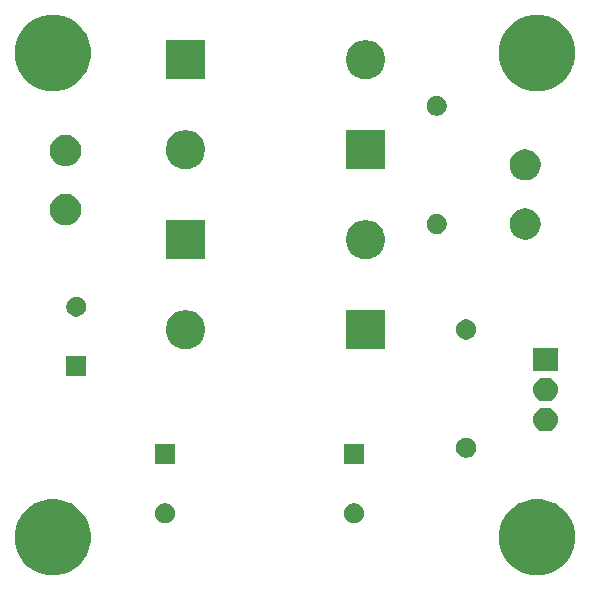
<source format=gbr>
G04 #@! TF.GenerationSoftware,KiCad,Pcbnew,(5.1.5)-3*
G04 #@! TF.CreationDate,2020-10-04T08:20:12-04:00*
G04 #@! TF.ProjectId,MHS-5200A_PwrSupply,4d48532d-3532-4303-9041-5f5077725375,rev?*
G04 #@! TF.SameCoordinates,Original*
G04 #@! TF.FileFunction,Soldermask,Top*
G04 #@! TF.FilePolarity,Negative*
%FSLAX46Y46*%
G04 Gerber Fmt 4.6, Leading zero omitted, Abs format (unit mm)*
G04 Created by KiCad (PCBNEW (5.1.5)-3) date 2020-10-04 08:20:12*
%MOMM*%
%LPD*%
G04 APERTURE LIST*
%ADD10C,0.100000*%
G04 APERTURE END LIST*
D10*
G36*
X45940988Y-41927973D02*
G01*
X46474595Y-42149000D01*
X46528084Y-42171156D01*
X47056455Y-42524202D01*
X47505798Y-42973545D01*
X47792815Y-43403097D01*
X47858845Y-43501918D01*
X48102027Y-44089012D01*
X48226000Y-44712265D01*
X48226000Y-45347735D01*
X48102027Y-45970988D01*
X47858845Y-46558082D01*
X47858844Y-46558084D01*
X47505798Y-47086455D01*
X47056455Y-47535798D01*
X46528084Y-47888844D01*
X46528083Y-47888845D01*
X46528082Y-47888845D01*
X45940988Y-48132027D01*
X45317735Y-48256000D01*
X44682265Y-48256000D01*
X44059012Y-48132027D01*
X43471918Y-47888845D01*
X43471917Y-47888845D01*
X43471916Y-47888844D01*
X42943545Y-47535798D01*
X42494202Y-47086455D01*
X42141156Y-46558084D01*
X42141155Y-46558082D01*
X41897973Y-45970988D01*
X41774000Y-45347735D01*
X41774000Y-44712265D01*
X41897973Y-44089012D01*
X42141155Y-43501918D01*
X42207185Y-43403097D01*
X42494202Y-42973545D01*
X42943545Y-42524202D01*
X43471916Y-42171156D01*
X43525405Y-42149000D01*
X44059012Y-41927973D01*
X44682265Y-41804000D01*
X45317735Y-41804000D01*
X45940988Y-41927973D01*
G37*
G36*
X4940988Y-41927973D02*
G01*
X5474595Y-42149000D01*
X5528084Y-42171156D01*
X6056455Y-42524202D01*
X6505798Y-42973545D01*
X6792815Y-43403097D01*
X6858845Y-43501918D01*
X7102027Y-44089012D01*
X7226000Y-44712265D01*
X7226000Y-45347735D01*
X7102027Y-45970988D01*
X6858845Y-46558082D01*
X6858844Y-46558084D01*
X6505798Y-47086455D01*
X6056455Y-47535798D01*
X5528084Y-47888844D01*
X5528083Y-47888845D01*
X5528082Y-47888845D01*
X4940988Y-48132027D01*
X4317735Y-48256000D01*
X3682265Y-48256000D01*
X3059012Y-48132027D01*
X2471918Y-47888845D01*
X2471917Y-47888845D01*
X2471916Y-47888844D01*
X1943545Y-47535798D01*
X1494202Y-47086455D01*
X1141156Y-46558084D01*
X1141155Y-46558082D01*
X897973Y-45970988D01*
X774000Y-45347735D01*
X774000Y-44712265D01*
X897973Y-44089012D01*
X1141155Y-43501918D01*
X1207185Y-43403097D01*
X1494202Y-42973545D01*
X1943545Y-42524202D01*
X2471916Y-42171156D01*
X2525405Y-42149000D01*
X3059012Y-41927973D01*
X3682265Y-41804000D01*
X4317735Y-41804000D01*
X4940988Y-41927973D01*
G37*
G36*
X13748228Y-42181703D02*
G01*
X13903100Y-42245853D01*
X14042481Y-42338985D01*
X14161015Y-42457519D01*
X14254147Y-42596900D01*
X14318297Y-42751772D01*
X14351000Y-42916184D01*
X14351000Y-43083816D01*
X14318297Y-43248228D01*
X14254147Y-43403100D01*
X14161015Y-43542481D01*
X14042481Y-43661015D01*
X13903100Y-43754147D01*
X13748228Y-43818297D01*
X13583816Y-43851000D01*
X13416184Y-43851000D01*
X13251772Y-43818297D01*
X13096900Y-43754147D01*
X12957519Y-43661015D01*
X12838985Y-43542481D01*
X12745853Y-43403100D01*
X12681703Y-43248228D01*
X12649000Y-43083816D01*
X12649000Y-42916184D01*
X12681703Y-42751772D01*
X12745853Y-42596900D01*
X12838985Y-42457519D01*
X12957519Y-42338985D01*
X13096900Y-42245853D01*
X13251772Y-42181703D01*
X13416184Y-42149000D01*
X13583816Y-42149000D01*
X13748228Y-42181703D01*
G37*
G36*
X29748228Y-42181703D02*
G01*
X29903100Y-42245853D01*
X30042481Y-42338985D01*
X30161015Y-42457519D01*
X30254147Y-42596900D01*
X30318297Y-42751772D01*
X30351000Y-42916184D01*
X30351000Y-43083816D01*
X30318297Y-43248228D01*
X30254147Y-43403100D01*
X30161015Y-43542481D01*
X30042481Y-43661015D01*
X29903100Y-43754147D01*
X29748228Y-43818297D01*
X29583816Y-43851000D01*
X29416184Y-43851000D01*
X29251772Y-43818297D01*
X29096900Y-43754147D01*
X28957519Y-43661015D01*
X28838985Y-43542481D01*
X28745853Y-43403100D01*
X28681703Y-43248228D01*
X28649000Y-43083816D01*
X28649000Y-42916184D01*
X28681703Y-42751772D01*
X28745853Y-42596900D01*
X28838985Y-42457519D01*
X28957519Y-42338985D01*
X29096900Y-42245853D01*
X29251772Y-42181703D01*
X29416184Y-42149000D01*
X29583816Y-42149000D01*
X29748228Y-42181703D01*
G37*
G36*
X30351000Y-38851000D02*
G01*
X28649000Y-38851000D01*
X28649000Y-37149000D01*
X30351000Y-37149000D01*
X30351000Y-38851000D01*
G37*
G36*
X14351000Y-38851000D02*
G01*
X12649000Y-38851000D01*
X12649000Y-37149000D01*
X14351000Y-37149000D01*
X14351000Y-38851000D01*
G37*
G36*
X39248228Y-36621703D02*
G01*
X39403100Y-36685853D01*
X39542481Y-36778985D01*
X39661015Y-36897519D01*
X39754147Y-37036900D01*
X39818297Y-37191772D01*
X39851000Y-37356184D01*
X39851000Y-37523816D01*
X39818297Y-37688228D01*
X39754147Y-37843100D01*
X39661015Y-37982481D01*
X39542481Y-38101015D01*
X39403100Y-38194147D01*
X39248228Y-38258297D01*
X39083816Y-38291000D01*
X38916184Y-38291000D01*
X38751772Y-38258297D01*
X38596900Y-38194147D01*
X38457519Y-38101015D01*
X38338985Y-37982481D01*
X38245853Y-37843100D01*
X38181703Y-37688228D01*
X38149000Y-37523816D01*
X38149000Y-37356184D01*
X38181703Y-37191772D01*
X38245853Y-37036900D01*
X38338985Y-36897519D01*
X38457519Y-36778985D01*
X38596900Y-36685853D01*
X38751772Y-36621703D01*
X38916184Y-36589000D01*
X39083816Y-36589000D01*
X39248228Y-36621703D01*
G37*
G36*
X45865936Y-34061340D02*
G01*
X45964220Y-34071020D01*
X46153381Y-34128401D01*
X46327712Y-34221583D01*
X46480515Y-34346985D01*
X46605917Y-34499788D01*
X46699099Y-34674119D01*
X46756480Y-34863280D01*
X46775855Y-35060000D01*
X46756480Y-35256720D01*
X46699099Y-35445881D01*
X46605917Y-35620212D01*
X46480515Y-35773015D01*
X46327712Y-35898417D01*
X46153381Y-35991599D01*
X45964220Y-36048980D01*
X45865936Y-36058660D01*
X45816795Y-36063500D01*
X45623205Y-36063500D01*
X45574064Y-36058660D01*
X45475780Y-36048980D01*
X45286619Y-35991599D01*
X45112288Y-35898417D01*
X44959485Y-35773015D01*
X44834083Y-35620212D01*
X44740901Y-35445881D01*
X44683520Y-35256720D01*
X44664145Y-35060000D01*
X44683520Y-34863280D01*
X44740901Y-34674119D01*
X44834083Y-34499788D01*
X44959485Y-34346985D01*
X45112288Y-34221583D01*
X45286619Y-34128401D01*
X45475780Y-34071020D01*
X45574064Y-34061340D01*
X45623205Y-34056500D01*
X45816795Y-34056500D01*
X45865936Y-34061340D01*
G37*
G36*
X45865936Y-31521340D02*
G01*
X45964220Y-31531020D01*
X46153381Y-31588401D01*
X46327712Y-31681583D01*
X46480515Y-31806985D01*
X46605917Y-31959788D01*
X46699099Y-32134119D01*
X46756480Y-32323280D01*
X46775855Y-32520000D01*
X46756480Y-32716720D01*
X46699099Y-32905881D01*
X46605917Y-33080212D01*
X46480515Y-33233015D01*
X46327712Y-33358417D01*
X46153381Y-33451599D01*
X45964220Y-33508980D01*
X45865936Y-33518660D01*
X45816795Y-33523500D01*
X45623205Y-33523500D01*
X45574064Y-33518660D01*
X45475780Y-33508980D01*
X45286619Y-33451599D01*
X45112288Y-33358417D01*
X44959485Y-33233015D01*
X44834083Y-33080212D01*
X44740901Y-32905881D01*
X44683520Y-32716720D01*
X44664145Y-32520000D01*
X44683520Y-32323280D01*
X44740901Y-32134119D01*
X44834083Y-31959788D01*
X44959485Y-31806985D01*
X45112288Y-31681583D01*
X45286619Y-31588401D01*
X45475780Y-31531020D01*
X45574064Y-31521340D01*
X45623205Y-31516500D01*
X45816795Y-31516500D01*
X45865936Y-31521340D01*
G37*
G36*
X6851000Y-31351000D02*
G01*
X5149000Y-31351000D01*
X5149000Y-29649000D01*
X6851000Y-29649000D01*
X6851000Y-31351000D01*
G37*
G36*
X46771000Y-30983500D02*
G01*
X44669000Y-30983500D01*
X44669000Y-28976500D01*
X46771000Y-28976500D01*
X46771000Y-30983500D01*
G37*
G36*
X15615256Y-25831298D02*
G01*
X15721579Y-25852447D01*
X16022042Y-25976903D01*
X16292451Y-26157585D01*
X16522415Y-26387549D01*
X16703097Y-26657958D01*
X16802327Y-26897519D01*
X16827553Y-26958422D01*
X16891000Y-27277389D01*
X16891000Y-27602611D01*
X16873969Y-27688229D01*
X16827553Y-27921579D01*
X16703097Y-28222042D01*
X16522415Y-28492451D01*
X16292451Y-28722415D01*
X16022042Y-28903097D01*
X15721579Y-29027553D01*
X15615256Y-29048702D01*
X15402611Y-29091000D01*
X15077389Y-29091000D01*
X14864744Y-29048702D01*
X14758421Y-29027553D01*
X14457958Y-28903097D01*
X14187549Y-28722415D01*
X13957585Y-28492451D01*
X13776903Y-28222042D01*
X13652447Y-27921579D01*
X13606031Y-27688229D01*
X13589000Y-27602611D01*
X13589000Y-27277389D01*
X13652447Y-26958422D01*
X13677674Y-26897519D01*
X13776903Y-26657958D01*
X13957585Y-26387549D01*
X14187549Y-26157585D01*
X14457958Y-25976903D01*
X14758421Y-25852447D01*
X14864744Y-25831298D01*
X15077389Y-25789000D01*
X15402611Y-25789000D01*
X15615256Y-25831298D01*
G37*
G36*
X32131000Y-29091000D02*
G01*
X28829000Y-29091000D01*
X28829000Y-25789000D01*
X32131000Y-25789000D01*
X32131000Y-29091000D01*
G37*
G36*
X39248228Y-26621703D02*
G01*
X39403100Y-26685853D01*
X39542481Y-26778985D01*
X39661015Y-26897519D01*
X39754147Y-27036900D01*
X39818297Y-27191772D01*
X39851000Y-27356184D01*
X39851000Y-27523816D01*
X39818297Y-27688228D01*
X39754147Y-27843100D01*
X39661015Y-27982481D01*
X39542481Y-28101015D01*
X39403100Y-28194147D01*
X39248228Y-28258297D01*
X39083816Y-28291000D01*
X38916184Y-28291000D01*
X38751772Y-28258297D01*
X38596900Y-28194147D01*
X38457519Y-28101015D01*
X38338985Y-27982481D01*
X38245853Y-27843100D01*
X38181703Y-27688228D01*
X38149000Y-27523816D01*
X38149000Y-27356184D01*
X38181703Y-27191772D01*
X38245853Y-27036900D01*
X38338985Y-26897519D01*
X38457519Y-26778985D01*
X38596900Y-26685853D01*
X38751772Y-26621703D01*
X38916184Y-26589000D01*
X39083816Y-26589000D01*
X39248228Y-26621703D01*
G37*
G36*
X6248228Y-24681703D02*
G01*
X6403100Y-24745853D01*
X6542481Y-24838985D01*
X6661015Y-24957519D01*
X6754147Y-25096900D01*
X6818297Y-25251772D01*
X6851000Y-25416184D01*
X6851000Y-25583816D01*
X6818297Y-25748228D01*
X6754147Y-25903100D01*
X6661015Y-26042481D01*
X6542481Y-26161015D01*
X6403100Y-26254147D01*
X6248228Y-26318297D01*
X6083816Y-26351000D01*
X5916184Y-26351000D01*
X5751772Y-26318297D01*
X5596900Y-26254147D01*
X5457519Y-26161015D01*
X5338985Y-26042481D01*
X5245853Y-25903100D01*
X5181703Y-25748228D01*
X5149000Y-25583816D01*
X5149000Y-25416184D01*
X5181703Y-25251772D01*
X5245853Y-25096900D01*
X5338985Y-24957519D01*
X5457519Y-24838985D01*
X5596900Y-24745853D01*
X5751772Y-24681703D01*
X5916184Y-24649000D01*
X6083816Y-24649000D01*
X6248228Y-24681703D01*
G37*
G36*
X16891000Y-21471000D02*
G01*
X13589000Y-21471000D01*
X13589000Y-18169000D01*
X16891000Y-18169000D01*
X16891000Y-21471000D01*
G37*
G36*
X30855256Y-18211298D02*
G01*
X30961579Y-18232447D01*
X31262042Y-18356903D01*
X31532451Y-18537585D01*
X31762415Y-18767549D01*
X31943097Y-19037958D01*
X31943098Y-19037960D01*
X31979452Y-19125727D01*
X32067553Y-19338421D01*
X32131000Y-19657391D01*
X32131000Y-19982609D01*
X32067553Y-20301579D01*
X31943097Y-20602042D01*
X31762415Y-20872451D01*
X31532451Y-21102415D01*
X31262042Y-21283097D01*
X30961579Y-21407553D01*
X30855256Y-21428702D01*
X30642611Y-21471000D01*
X30317389Y-21471000D01*
X30104744Y-21428702D01*
X29998421Y-21407553D01*
X29697958Y-21283097D01*
X29427549Y-21102415D01*
X29197585Y-20872451D01*
X29016903Y-20602042D01*
X28892447Y-20301579D01*
X28829000Y-19982609D01*
X28829000Y-19657391D01*
X28892447Y-19338421D01*
X28980548Y-19125727D01*
X29016902Y-19037960D01*
X29016903Y-19037958D01*
X29197585Y-18767549D01*
X29427549Y-18537585D01*
X29697958Y-18356903D01*
X29998421Y-18232447D01*
X30104744Y-18211298D01*
X30317389Y-18169000D01*
X30642611Y-18169000D01*
X30855256Y-18211298D01*
G37*
G36*
X44257714Y-17204382D02*
G01*
X44385322Y-17229765D01*
X44526148Y-17288097D01*
X44625727Y-17329344D01*
X44625728Y-17329345D01*
X44842089Y-17473912D01*
X45026088Y-17657911D01*
X45122685Y-17802479D01*
X45170656Y-17874273D01*
X45183685Y-17905728D01*
X45270235Y-18114678D01*
X45295617Y-18242285D01*
X45318417Y-18356903D01*
X45321000Y-18369893D01*
X45321000Y-18630107D01*
X45270235Y-18885322D01*
X45211903Y-19026148D01*
X45170656Y-19125727D01*
X45170655Y-19125728D01*
X45026088Y-19342089D01*
X44842089Y-19526088D01*
X44697521Y-19622685D01*
X44625727Y-19670656D01*
X44526148Y-19711903D01*
X44385322Y-19770235D01*
X44257715Y-19795617D01*
X44130109Y-19821000D01*
X43869891Y-19821000D01*
X43742285Y-19795617D01*
X43614678Y-19770235D01*
X43473852Y-19711903D01*
X43374273Y-19670656D01*
X43302479Y-19622685D01*
X43157911Y-19526088D01*
X42973912Y-19342089D01*
X42829345Y-19125728D01*
X42829344Y-19125727D01*
X42788097Y-19026148D01*
X42729765Y-18885322D01*
X42679000Y-18630107D01*
X42679000Y-18369893D01*
X42681584Y-18356903D01*
X42704383Y-18242285D01*
X42729765Y-18114678D01*
X42816315Y-17905728D01*
X42829344Y-17874273D01*
X42877315Y-17802479D01*
X42973912Y-17657911D01*
X43157911Y-17473912D01*
X43374272Y-17329345D01*
X43374273Y-17329344D01*
X43473852Y-17288097D01*
X43614678Y-17229765D01*
X43742286Y-17204382D01*
X43869891Y-17179000D01*
X44130109Y-17179000D01*
X44257714Y-17204382D01*
G37*
G36*
X36748228Y-17681703D02*
G01*
X36903100Y-17745853D01*
X37042481Y-17838985D01*
X37161015Y-17957519D01*
X37254147Y-18096900D01*
X37318297Y-18251772D01*
X37351000Y-18416184D01*
X37351000Y-18583816D01*
X37318297Y-18748228D01*
X37254147Y-18903100D01*
X37161015Y-19042481D01*
X37042481Y-19161015D01*
X36903100Y-19254147D01*
X36748228Y-19318297D01*
X36583816Y-19351000D01*
X36416184Y-19351000D01*
X36251772Y-19318297D01*
X36096900Y-19254147D01*
X35957519Y-19161015D01*
X35838985Y-19042481D01*
X35745853Y-18903100D01*
X35681703Y-18748228D01*
X35649000Y-18583816D01*
X35649000Y-18416184D01*
X35681703Y-18251772D01*
X35745853Y-18096900D01*
X35838985Y-17957519D01*
X35957519Y-17838985D01*
X36096900Y-17745853D01*
X36251772Y-17681703D01*
X36416184Y-17649000D01*
X36583816Y-17649000D01*
X36748228Y-17681703D01*
G37*
G36*
X5337714Y-15984382D02*
G01*
X5465322Y-16009765D01*
X5606148Y-16068097D01*
X5705727Y-16109344D01*
X5705728Y-16109345D01*
X5922089Y-16253912D01*
X6106088Y-16437911D01*
X6202685Y-16582479D01*
X6250656Y-16654273D01*
X6291903Y-16753852D01*
X6350235Y-16894678D01*
X6401000Y-17149893D01*
X6401000Y-17410107D01*
X6350235Y-17665322D01*
X6291903Y-17806148D01*
X6250656Y-17905727D01*
X6250655Y-17905728D01*
X6106088Y-18122089D01*
X5922089Y-18306088D01*
X5777521Y-18402685D01*
X5705727Y-18450656D01*
X5606148Y-18491903D01*
X5465322Y-18550235D01*
X5337714Y-18575618D01*
X5210109Y-18601000D01*
X4949891Y-18601000D01*
X4822286Y-18575618D01*
X4694678Y-18550235D01*
X4553852Y-18491903D01*
X4454273Y-18450656D01*
X4382479Y-18402685D01*
X4237911Y-18306088D01*
X4053912Y-18122089D01*
X3909345Y-17905728D01*
X3909344Y-17905727D01*
X3868097Y-17806148D01*
X3809765Y-17665322D01*
X3759000Y-17410107D01*
X3759000Y-17149893D01*
X3809765Y-16894678D01*
X3868097Y-16753852D01*
X3909344Y-16654273D01*
X3957315Y-16582479D01*
X4053912Y-16437911D01*
X4237911Y-16253912D01*
X4454272Y-16109345D01*
X4454273Y-16109344D01*
X4553852Y-16068097D01*
X4694678Y-16009765D01*
X4822286Y-15984382D01*
X4949891Y-15959000D01*
X5210109Y-15959000D01*
X5337714Y-15984382D01*
G37*
G36*
X44257715Y-12204383D02*
G01*
X44385322Y-12229765D01*
X44526148Y-12288097D01*
X44625727Y-12329344D01*
X44697521Y-12377315D01*
X44842089Y-12473912D01*
X45026088Y-12657911D01*
X45041902Y-12681579D01*
X45170656Y-12874273D01*
X45183685Y-12905728D01*
X45270235Y-13114678D01*
X45321000Y-13369893D01*
X45321000Y-13630107D01*
X45270235Y-13885322D01*
X45211903Y-14026148D01*
X45170656Y-14125727D01*
X45170655Y-14125728D01*
X45026088Y-14342089D01*
X44842089Y-14526088D01*
X44697521Y-14622685D01*
X44625727Y-14670656D01*
X44526148Y-14711903D01*
X44385322Y-14770235D01*
X44257714Y-14795618D01*
X44130109Y-14821000D01*
X43869891Y-14821000D01*
X43742286Y-14795618D01*
X43614678Y-14770235D01*
X43473852Y-14711903D01*
X43374273Y-14670656D01*
X43302479Y-14622685D01*
X43157911Y-14526088D01*
X42973912Y-14342089D01*
X42829345Y-14125728D01*
X42829344Y-14125727D01*
X42788097Y-14026148D01*
X42729765Y-13885322D01*
X42679000Y-13630107D01*
X42679000Y-13369893D01*
X42729765Y-13114678D01*
X42816315Y-12905728D01*
X42829344Y-12874273D01*
X42958098Y-12681579D01*
X42973912Y-12657911D01*
X43157911Y-12473912D01*
X43302479Y-12377315D01*
X43374273Y-12329344D01*
X43473852Y-12288097D01*
X43614678Y-12229765D01*
X43742285Y-12204383D01*
X43869891Y-12179000D01*
X44130109Y-12179000D01*
X44257715Y-12204383D01*
G37*
G36*
X32131000Y-13851000D02*
G01*
X28829000Y-13851000D01*
X28829000Y-10549000D01*
X32131000Y-10549000D01*
X32131000Y-13851000D01*
G37*
G36*
X15615256Y-10591298D02*
G01*
X15721579Y-10612447D01*
X16022042Y-10736903D01*
X16292451Y-10917585D01*
X16522415Y-11147549D01*
X16703097Y-11417958D01*
X16800982Y-11654272D01*
X16827553Y-11718422D01*
X16891000Y-12037389D01*
X16891000Y-12362611D01*
X16848702Y-12575256D01*
X16827553Y-12681579D01*
X16703097Y-12982042D01*
X16522415Y-13252451D01*
X16292451Y-13482415D01*
X16022042Y-13663097D01*
X15721579Y-13787553D01*
X15615256Y-13808702D01*
X15402611Y-13851000D01*
X15077389Y-13851000D01*
X14864744Y-13808702D01*
X14758421Y-13787553D01*
X14457958Y-13663097D01*
X14187549Y-13482415D01*
X13957585Y-13252451D01*
X13776903Y-12982042D01*
X13652447Y-12681579D01*
X13631298Y-12575256D01*
X13589000Y-12362611D01*
X13589000Y-12037389D01*
X13652447Y-11718422D01*
X13679019Y-11654272D01*
X13776903Y-11417958D01*
X13957585Y-11147549D01*
X14187549Y-10917585D01*
X14457958Y-10736903D01*
X14758421Y-10612447D01*
X14864744Y-10591298D01*
X15077389Y-10549000D01*
X15402611Y-10549000D01*
X15615256Y-10591298D01*
G37*
G36*
X5337714Y-10984382D02*
G01*
X5465322Y-11009765D01*
X5606148Y-11068097D01*
X5705727Y-11109344D01*
X5705728Y-11109345D01*
X5922089Y-11253912D01*
X6106088Y-11437911D01*
X6202685Y-11582479D01*
X6250656Y-11654273D01*
X6277227Y-11718421D01*
X6350235Y-11894678D01*
X6401000Y-12149893D01*
X6401000Y-12410107D01*
X6350235Y-12665322D01*
X6291903Y-12806148D01*
X6250656Y-12905727D01*
X6250655Y-12905728D01*
X6106088Y-13122089D01*
X5922089Y-13306088D01*
X5777521Y-13402685D01*
X5705727Y-13450656D01*
X5629053Y-13482415D01*
X5465322Y-13550235D01*
X5337715Y-13575617D01*
X5210109Y-13601000D01*
X4949891Y-13601000D01*
X4822285Y-13575617D01*
X4694678Y-13550235D01*
X4530947Y-13482415D01*
X4454273Y-13450656D01*
X4382479Y-13402685D01*
X4237911Y-13306088D01*
X4053912Y-13122089D01*
X3909345Y-12905728D01*
X3909344Y-12905727D01*
X3868097Y-12806148D01*
X3809765Y-12665322D01*
X3759000Y-12410107D01*
X3759000Y-12149893D01*
X3809765Y-11894678D01*
X3882773Y-11718421D01*
X3909344Y-11654273D01*
X3957315Y-11582479D01*
X4053912Y-11437911D01*
X4237911Y-11253912D01*
X4454272Y-11109345D01*
X4454273Y-11109344D01*
X4553852Y-11068097D01*
X4694678Y-11009765D01*
X4822286Y-10984382D01*
X4949891Y-10959000D01*
X5210109Y-10959000D01*
X5337714Y-10984382D01*
G37*
G36*
X36748228Y-7681703D02*
G01*
X36903100Y-7745853D01*
X37042481Y-7838985D01*
X37161015Y-7957519D01*
X37254147Y-8096900D01*
X37318297Y-8251772D01*
X37351000Y-8416184D01*
X37351000Y-8583816D01*
X37318297Y-8748228D01*
X37254147Y-8903100D01*
X37161015Y-9042481D01*
X37042481Y-9161015D01*
X36903100Y-9254147D01*
X36748228Y-9318297D01*
X36583816Y-9351000D01*
X36416184Y-9351000D01*
X36251772Y-9318297D01*
X36096900Y-9254147D01*
X35957519Y-9161015D01*
X35838985Y-9042481D01*
X35745853Y-8903100D01*
X35681703Y-8748228D01*
X35649000Y-8583816D01*
X35649000Y-8416184D01*
X35681703Y-8251772D01*
X35745853Y-8096900D01*
X35838985Y-7957519D01*
X35957519Y-7838985D01*
X36096900Y-7745853D01*
X36251772Y-7681703D01*
X36416184Y-7649000D01*
X36583816Y-7649000D01*
X36748228Y-7681703D01*
G37*
G36*
X4940988Y-927973D02*
G01*
X5528082Y-1171155D01*
X5528084Y-1171156D01*
X6056455Y-1524202D01*
X6505798Y-1973545D01*
X6858844Y-2501916D01*
X6858845Y-2501918D01*
X7102027Y-3089012D01*
X7226000Y-3712265D01*
X7226000Y-4347735D01*
X7102027Y-4970988D01*
X7064503Y-5061578D01*
X6858844Y-5558084D01*
X6505798Y-6086455D01*
X6056455Y-6535798D01*
X5528084Y-6888844D01*
X5528083Y-6888845D01*
X5528082Y-6888845D01*
X4940988Y-7132027D01*
X4317735Y-7256000D01*
X3682265Y-7256000D01*
X3059012Y-7132027D01*
X2471918Y-6888845D01*
X2471917Y-6888845D01*
X2471916Y-6888844D01*
X1943545Y-6535798D01*
X1494202Y-6086455D01*
X1141156Y-5558084D01*
X935497Y-5061578D01*
X897973Y-4970988D01*
X774000Y-4347735D01*
X774000Y-3712265D01*
X897973Y-3089012D01*
X1141155Y-2501918D01*
X1141156Y-2501916D01*
X1494202Y-1973545D01*
X1943545Y-1524202D01*
X2471916Y-1171156D01*
X2471918Y-1171155D01*
X3059012Y-927973D01*
X3682265Y-804000D01*
X4317735Y-804000D01*
X4940988Y-927973D01*
G37*
G36*
X45940988Y-927973D02*
G01*
X46528082Y-1171155D01*
X46528084Y-1171156D01*
X47056455Y-1524202D01*
X47505798Y-1973545D01*
X47858844Y-2501916D01*
X47858845Y-2501918D01*
X48102027Y-3089012D01*
X48226000Y-3712265D01*
X48226000Y-4347735D01*
X48102027Y-4970988D01*
X48064503Y-5061578D01*
X47858844Y-5558084D01*
X47505798Y-6086455D01*
X47056455Y-6535798D01*
X46528084Y-6888844D01*
X46528083Y-6888845D01*
X46528082Y-6888845D01*
X45940988Y-7132027D01*
X45317735Y-7256000D01*
X44682265Y-7256000D01*
X44059012Y-7132027D01*
X43471918Y-6888845D01*
X43471917Y-6888845D01*
X43471916Y-6888844D01*
X42943545Y-6535798D01*
X42494202Y-6086455D01*
X42141156Y-5558084D01*
X41935497Y-5061578D01*
X41897973Y-4970988D01*
X41774000Y-4347735D01*
X41774000Y-3712265D01*
X41897973Y-3089012D01*
X42141155Y-2501918D01*
X42141156Y-2501916D01*
X42494202Y-1973545D01*
X42943545Y-1524202D01*
X43471916Y-1171156D01*
X43471918Y-1171155D01*
X44059012Y-927973D01*
X44682265Y-804000D01*
X45317735Y-804000D01*
X45940988Y-927973D01*
G37*
G36*
X30855256Y-2971298D02*
G01*
X30961579Y-2992447D01*
X31262042Y-3116903D01*
X31532451Y-3297585D01*
X31762415Y-3527549D01*
X31943097Y-3797958D01*
X32067553Y-4098421D01*
X32131000Y-4417391D01*
X32131000Y-4742609D01*
X32067553Y-5061579D01*
X31943097Y-5362042D01*
X31762415Y-5632451D01*
X31532451Y-5862415D01*
X31262042Y-6043097D01*
X30961579Y-6167553D01*
X30855256Y-6188702D01*
X30642611Y-6231000D01*
X30317389Y-6231000D01*
X30104744Y-6188702D01*
X29998421Y-6167553D01*
X29697958Y-6043097D01*
X29427549Y-5862415D01*
X29197585Y-5632451D01*
X29016903Y-5362042D01*
X28892447Y-5061579D01*
X28829000Y-4742609D01*
X28829000Y-4417391D01*
X28892447Y-4098421D01*
X29016903Y-3797958D01*
X29197585Y-3527549D01*
X29427549Y-3297585D01*
X29697958Y-3116903D01*
X29998421Y-2992447D01*
X30104744Y-2971298D01*
X30317389Y-2929000D01*
X30642611Y-2929000D01*
X30855256Y-2971298D01*
G37*
G36*
X16891000Y-6231000D02*
G01*
X13589000Y-6231000D01*
X13589000Y-2929000D01*
X16891000Y-2929000D01*
X16891000Y-6231000D01*
G37*
M02*

</source>
